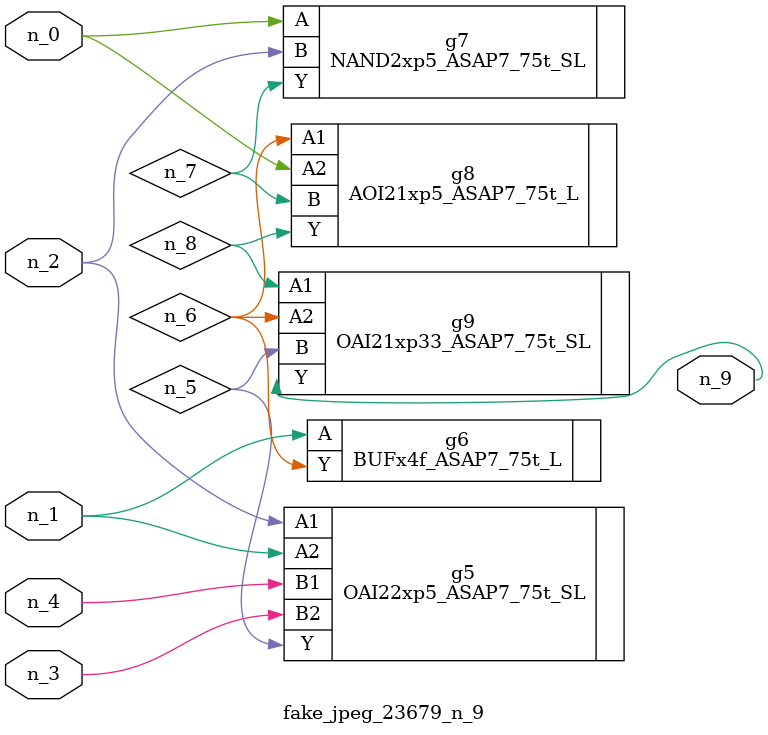
<source format=v>
module fake_jpeg_23679_n_9 (n_3, n_2, n_1, n_0, n_4, n_9);

input n_3;
input n_2;
input n_1;
input n_0;
input n_4;

output n_9;

wire n_8;
wire n_6;
wire n_5;
wire n_7;

OAI22xp5_ASAP7_75t_SL g5 ( 
.A1(n_2),
.A2(n_1),
.B1(n_4),
.B2(n_3),
.Y(n_5)
);

BUFx4f_ASAP7_75t_L g6 ( 
.A(n_1),
.Y(n_6)
);

NAND2xp5_ASAP7_75t_SL g7 ( 
.A(n_0),
.B(n_2),
.Y(n_7)
);

AOI21xp5_ASAP7_75t_L g8 ( 
.A1(n_6),
.A2(n_0),
.B(n_7),
.Y(n_8)
);

OAI21xp33_ASAP7_75t_SL g9 ( 
.A1(n_8),
.A2(n_6),
.B(n_5),
.Y(n_9)
);


endmodule
</source>
